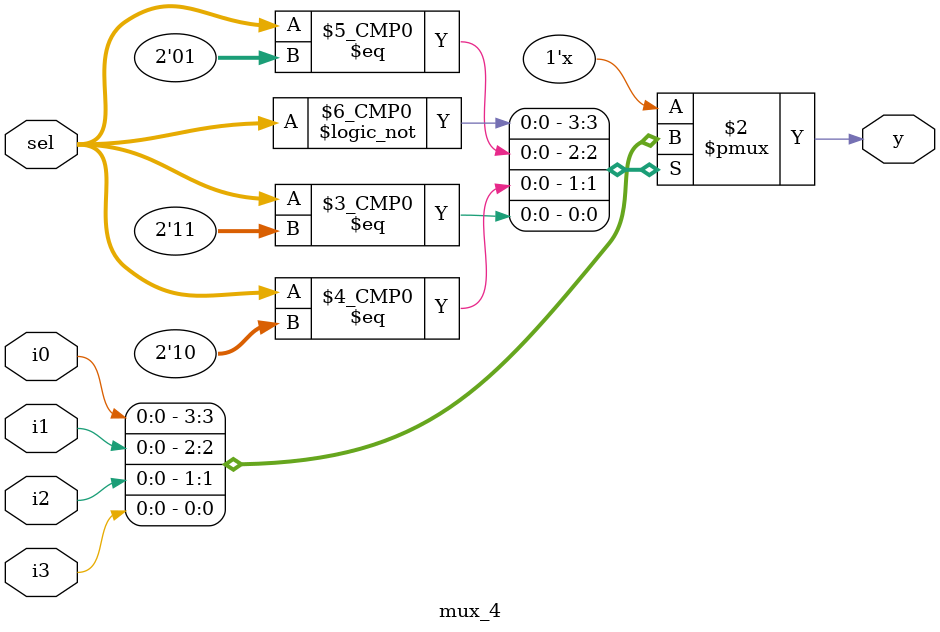
<source format=v>

module mux_4 (
    input       i0,          // Input line 0
    input       i1,          // Input line 1
    input       i2,          // Input line 2
    input       i3,          // Input line 3
    input [1:0] sel,         // 2-bit select line
    output reg  y            // Output (reg because assigned inside always)
);

always @(*) begin
    // Behavioral combinational logic using case
    case (sel)
        2'b00 : y = i0;      // When sel = 00 → y = i0
        2'b01 : y = i1;      // When sel = 01 → y = i1
        2'b10 : y = i2;      // When sel = 10 → y = i2
        2'b11 : y = i3;      // When sel = 11 → y = i3
        default: y = 1'b0;   //  default value
    endcase
end

endmodule

</source>
